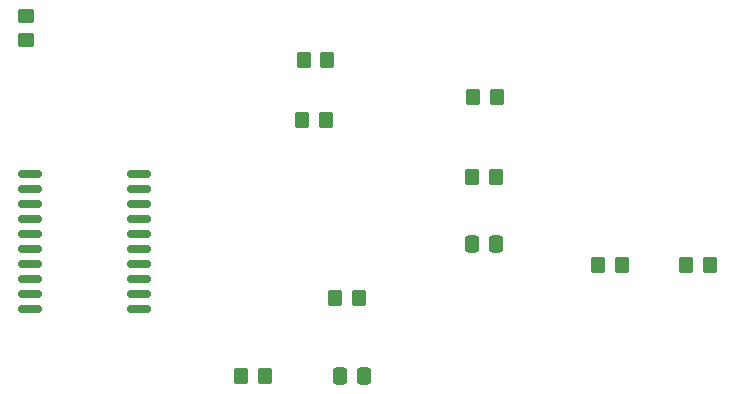
<source format=gbr>
%TF.GenerationSoftware,KiCad,Pcbnew,(6.0.1)*%
%TF.CreationDate,2022-03-08T01:46:33-06:00*%
%TF.ProjectId,senior_design,73656e69-6f72-45f6-9465-7369676e2e6b,rev?*%
%TF.SameCoordinates,Original*%
%TF.FileFunction,Paste,Top*%
%TF.FilePolarity,Positive*%
%FSLAX46Y46*%
G04 Gerber Fmt 4.6, Leading zero omitted, Abs format (unit mm)*
G04 Created by KiCad (PCBNEW (6.0.1)) date 2022-03-08 01:46:33*
%MOMM*%
%LPD*%
G01*
G04 APERTURE LIST*
G04 Aperture macros list*
%AMRoundRect*
0 Rectangle with rounded corners*
0 $1 Rounding radius*
0 $2 $3 $4 $5 $6 $7 $8 $9 X,Y pos of 4 corners*
0 Add a 4 corners polygon primitive as box body*
4,1,4,$2,$3,$4,$5,$6,$7,$8,$9,$2,$3,0*
0 Add four circle primitives for the rounded corners*
1,1,$1+$1,$2,$3*
1,1,$1+$1,$4,$5*
1,1,$1+$1,$6,$7*
1,1,$1+$1,$8,$9*
0 Add four rect primitives between the rounded corners*
20,1,$1+$1,$2,$3,$4,$5,0*
20,1,$1+$1,$4,$5,$6,$7,0*
20,1,$1+$1,$6,$7,$8,$9,0*
20,1,$1+$1,$8,$9,$2,$3,0*%
G04 Aperture macros list end*
%ADD10RoundRect,0.150000X-0.875000X-0.150000X0.875000X-0.150000X0.875000X0.150000X-0.875000X0.150000X0*%
%ADD11RoundRect,0.250000X0.350000X0.450000X-0.350000X0.450000X-0.350000X-0.450000X0.350000X-0.450000X0*%
%ADD12RoundRect,0.250000X-0.350000X-0.450000X0.350000X-0.450000X0.350000X0.450000X-0.350000X0.450000X0*%
%ADD13RoundRect,0.250000X0.450000X-0.350000X0.450000X0.350000X-0.450000X0.350000X-0.450000X-0.350000X0*%
%ADD14RoundRect,0.250000X-0.337500X-0.475000X0.337500X-0.475000X0.337500X0.475000X-0.337500X0.475000X0*%
%ADD15RoundRect,0.250000X0.337500X0.475000X-0.337500X0.475000X-0.337500X-0.475000X0.337500X-0.475000X0*%
G04 APERTURE END LIST*
D10*
%TO.C,U4*%
X103583000Y-79375000D03*
X103583000Y-80645000D03*
X103583000Y-81915000D03*
X103583000Y-83185000D03*
X103583000Y-84455000D03*
X103583000Y-85725000D03*
X103583000Y-86995000D03*
X103583000Y-88265000D03*
X103583000Y-89535000D03*
X103583000Y-90805000D03*
X94283000Y-90805000D03*
X94283000Y-89535000D03*
X94283000Y-88265000D03*
X94283000Y-86995000D03*
X94283000Y-85725000D03*
X94283000Y-84455000D03*
X94283000Y-83185000D03*
X94283000Y-81915000D03*
X94283000Y-80645000D03*
X94283000Y-79375000D03*
%TD*%
D11*
%TO.C,R30*%
X151892000Y-87122000D03*
X149892000Y-87122000D03*
%TD*%
D12*
%TO.C,R26*%
X131826000Y-72898000D03*
X133826000Y-72898000D03*
%TD*%
%TO.C,R22*%
X142399000Y-87122000D03*
X144399000Y-87122000D03*
%TD*%
%TO.C,R19*%
X131731000Y-79629000D03*
X133731000Y-79629000D03*
%TD*%
D11*
%TO.C,R14*%
X122174000Y-89916000D03*
X120174000Y-89916000D03*
%TD*%
%TO.C,R11*%
X114173000Y-96520000D03*
X112173000Y-96520000D03*
%TD*%
D13*
%TO.C,R5*%
X93980000Y-68072000D03*
X93980000Y-66072000D03*
%TD*%
D12*
%TO.C,R2*%
X117380000Y-74803000D03*
X119380000Y-74803000D03*
%TD*%
%TO.C,R1*%
X117491000Y-69723000D03*
X119491000Y-69723000D03*
%TD*%
D14*
%TO.C,C5*%
X131699000Y-85344000D03*
X133774000Y-85344000D03*
%TD*%
D15*
%TO.C,C2*%
X122598000Y-96520000D03*
X120523000Y-96520000D03*
%TD*%
M02*

</source>
